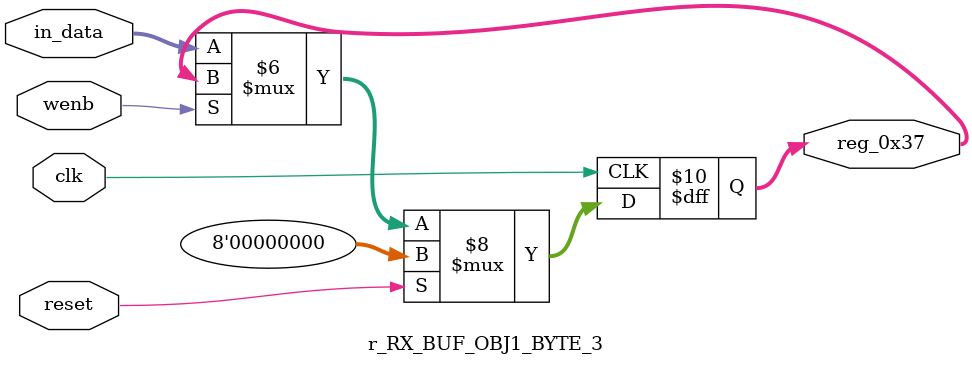
<source format=v>
module r_RX_BUF_OBJ1_BYTE_3(output reg [7:0] reg_0x37, input wire reset, input wire wenb, input wire [7:0] in_data, input wire clk);
	always@(posedge clk)
	begin
		if(reset==0) begin
			if(wenb==0)
				reg_0x37<=in_data;
			else
				reg_0x37<=reg_0x37;
		end
		else
			reg_0x37<=8'h00;
	end
endmodule
</source>
